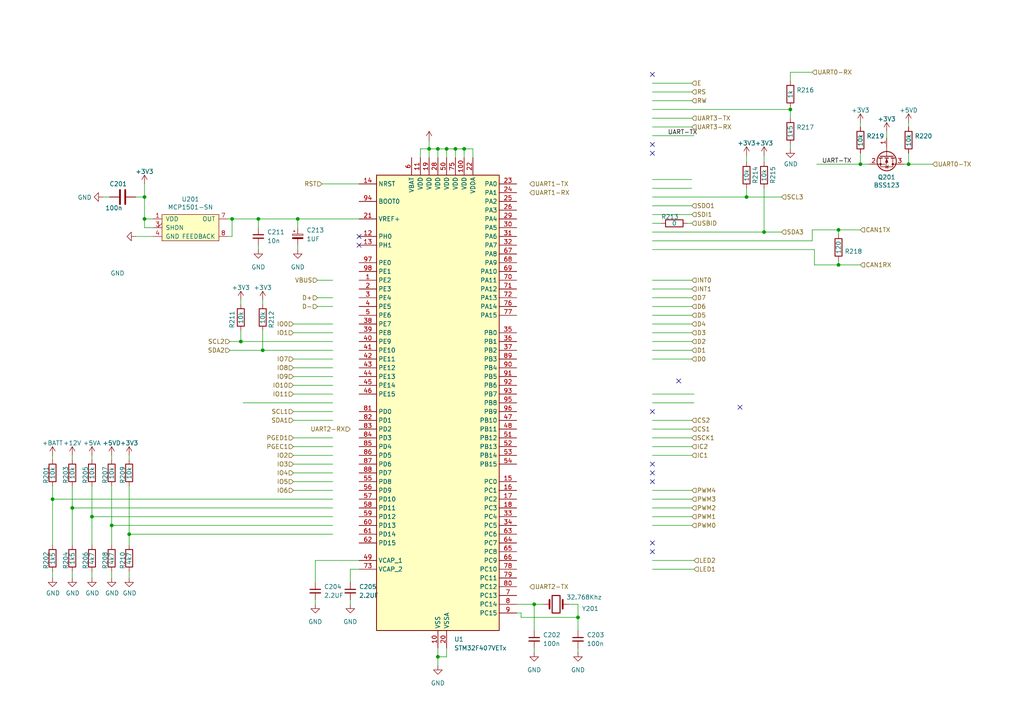
<source format=kicad_sch>
(kicad_sch (version 20231120) (generator "eeschema") (generator_version "8.0")
  (paper "A4")
  (title_block (title "CPU CUBE") (date "2022-12-25") (rev "V2.10") (company "CUBEDEB") (comment 1 "CPU"))
  (lib_symbols
    (symbol "+3.3V_2" (power) (pin_numbers hide) (pin_names (offset 0) hide)
      (property "Value" "+3.3V" (at 0 3.556 0))
      (symbol "+3.3V_2_1_1"
        (pin power_in line (at 0 0 90) (length 0) (name "~") (number "1"))
      )
    )
    (symbol "CEN-SCHEMA:PIC32MX795F512L" (pin_names (offset 1.016))
      (property "Reference" "U" (at 6.35 6.35 0))
      (property "Value" "PIC32MX795F512L" (at 62.23 6.35 0))
      (symbol "PIC32MX795F512L_1_1"
        (pin input line (at 92.71 0 180) (length 3.81) (name "AERXERR/RG15") (number "1"))
        (pin input line (at 92.71 -17.78 180) (length 3.81) (name "ECOL//SCK2/U6TX/U3RTS/PMA5/CN8/RG6") (number "10"))
        (pin input line (at 92.71 -72.39 180) (length 3.81) (name "PMD4/RE4") (number "100"))
        (pin input line (at 92.71 -15.24 180) (length 3.81) (name "ECRS/SDA4/SDI2/U3RX/PMA4//CN9/RG7") (number "11"))
        (pin input line (at 92.71 -12.7 180) (length 3.81) (name "ERXDV/AERXD/ECRSDV/AECRSDV/SCL4/SDO2/U3TX/PMA3/CN10/RG8") (number "12"))
        (pin input line (at 0 1.27 0) (length 3.81) (name "MCLR") (number "13"))
        (pin input line (at 92.71 -10.16 180) (length 3.81) (name "ERXCLK/AERXCLK/EREFCLK/SS2/U6RX/U3CTS/PMA2/CN11/RG9") (number "14"))
        (pin input line (at 0 -20.32 0) (length 3.81) (name "VSS") (number "15"))
        (pin input line (at 0 -17.78 0) (length 3.81) (name "VDD") (number "16"))
        (pin input line (at 0 -72.39 0) (length 3.81) (name "TMS/RA0") (number "17"))
        (pin input line (at 92.71 -62.23 180) (length 3.81) (name "AERXD0/INT1/RE8") (number "18"))
        (pin input line (at 92.71 -59.69 180) (length 3.81) (name "AERXD1/INT2/RE9") (number "19"))
        (pin input line (at 0 -30.48 0) (length 3.81) (name "VDD") (number "2"))
        (pin input line (at 0 -118.11 0) (length 3.81) (name "AN5/C1IN+/VBUSON/CN7/RB5") (number "20"))
        (pin input line (at 0 -115.57 0) (length 3.81) (name "AN4/C1IN-/CN6/RB4") (number "21"))
        (pin input line (at 0 -113.03 0) (length 3.81) (name "AN3/C2IN+/CN5/RB3") (number "22"))
        (pin input line (at 0 -110.49 0) (length 3.81) (name "AN2/C2IN-/CN4/RB2") (number "23"))
        (pin input line (at 0 -107.95 0) (length 3.81) (name "PGEC1/AN1/CN3/RB1") (number "24"))
        (pin input line (at 0 -105.41 0) (length 3.81) (name "PGED1/AN0/CN2/RB0") (number "25"))
        (pin input line (at 0 -120.65 0) (length 3.81) (name "PGEC2/AN6/OCFA/RB6") (number "26"))
        (pin input line (at 0 -123.19 0) (length 3.81) (name "PGED2/AN7/RB7") (number "27"))
        (pin input line (at 0 -92.71 0) (length 3.81) (name "Vref-/CVref-/AERXD2/PMA7/RA9") (number "28"))
        (pin input line (at 0 -95.25 0) (length 3.81) (name "Vref+/CVref+/AERXD3/PMA6/RA10") (number "29"))
        (pin input line (at 92.71 -69.85 180) (length 3.81) (name "PMD5/RE5") (number "3"))
        (pin input line (at 0 -40.64 0) (length 3.81) (name "AVDD") (number "30"))
        (pin input line (at 0 -43.18 0) (length 3.81) (name "AVSS") (number "31"))
        (pin input line (at 0 -125.73 0) (length 3.81) (name "AN8/C1ROUT/RB8") (number "32"))
        (pin input line (at 0 -128.27 0) (length 3.81) (name "AN9/C2ROUT/RB9") (number "33"))
        (pin input line (at 0 -130.81 0) (length 3.81) (name "AN10/CVREFOUT/PMA13/RB10") (number "34"))
        (pin input line (at 0 -133.35 0) (length 3.81) (name "AN11/ERXERR/AETXERR/PMA12/RB11") (number "35"))
        (pin input line (at 0 -26.67 0) (length 3.81) (name "VSS") (number "36"))
        (pin input line (at 0 -24.13 0) (length 3.81) (name "VDD") (number "37"))
        (pin input line (at 0 -74.93 0) (length 3.81) (name "TCK/RA1") (number "38"))
        (pin input line (at 92.71 -30.48 180) (length 3.81) (name "AC1TX/SCK4/U5TX/U2RTS/RF13") (number "39"))
        (pin input line (at 92.71 -67.31 180) (length 3.81) (name "PMD6/RE6") (number "4"))
        (pin input line (at 92.71 -33.02 180) (length 3.81) (name "AC1RX/SS4/U5RX/U2CTS/RF12") (number "40"))
        (pin input line (at 0 -135.89 0) (length 3.81) (name "AN12/ERXD0/AECRS/PMA11/RB12") (number "41"))
        (pin input line (at 0 -138.43 0) (length 3.81) (name "AN13/ERXD1/AECOL/PMA10/RB13") (number "42"))
        (pin input line (at 0 -140.97 0) (length 3.81) (name "AN14/ERXD2/AETXD3/PMALH/PMA1/RB14") (number "43"))
        (pin input line (at 0 -143.51 0) (length 3.81) (name "AN15/ERXD3/AETXD2/OCFB/PMALL/PMA0/CN12/RB15") (number "44"))
        (pin input line (at 0 -13.97 0) (length 3.81) (name "VSS") (number "45"))
        (pin input line (at 0 -11.43 0) (length 3.81) (name "VDD") (number "46"))
        (pin input line (at 92.71 -95.25 180) (length 3.81) (name "AETXD0/SS3/U4RX/U1CTS/CN20/RD14") (number "47"))
        (pin input line (at 92.71 -92.71 180) (length 3.81) (name "AETXD1/SCK3/U4TX/U1RTS/CN21/RD15") (number "48"))
        (pin input line (at 92.71 -40.64 180) (length 3.81) (name "SDA5/SDI4/U2RX/PMA9/CN17/RF4") (number "49"))
        (pin input line (at 92.71 -64.77 180) (length 3.81) (name "PMD7/RE7") (number "5"))
        (pin input line (at 92.71 -38.1 180) (length 3.81) (name "SCL5/SDO4/U2TX/PMA8/CN18/RF5") (number "50"))
        (pin input line (at 92.71 -43.18 180) (length 3.81) (name "USBID/RF3") (number "51"))
        (pin input line (at 92.71 -45.72 180) (length 3.81) (name "SDA3/SDI3/U1RX/RF2") (number "52"))
        (pin input line (at 92.71 -35.56 180) (length 3.81) (name "SCL3/SDO3/U1TX/RF8") (number "53"))
        (pin input line (at 0 -59.69 0) (length 3.81) (name "VBUS") (number "54"))
        (pin input line (at 0 -62.23 0) (length 3.81) (name "VUSB") (number "55"))
        (pin input line (at 0 -67.31 0) (length 3.81) (name "D-/RG3") (number "56"))
        (pin input line (at 0 -64.77 0) (length 3.81) (name "D+/RG2") (number "57"))
        (pin input line (at 0 -77.47 0) (length 3.81) (name "SCL2/RA2") (number "58"))
        (pin input line (at 0 -80.01 0) (length 3.81) (name "SDA2/RA3") (number "59"))
        (pin input line (at 92.71 -143.51 180) (length 3.81) (name "T2CK/RC1") (number "6"))
        (pin input line (at 0 -82.55 0) (length 3.81) (name "TDI/RA4") (number "60"))
        (pin input line (at 0 -85.09 0) (length 3.81) (name "TDO/RA5") (number "61"))
        (pin input line (at 0 -5.08 0) (length 3.81) (name "VDD") (number "62"))
        (pin input line (at 0 -46.99 0) (length 3.81) (name "OSC1/CLKI/RC12") (number "63"))
        (pin input line (at 0 -49.53 0) (length 3.81) (name "OSC2/CLKO/RC15") (number "64"))
        (pin input line (at 0 -7.62 0) (length 3.81) (name "VSS") (number "65"))
        (pin input line (at 0 -97.79 0) (length 3.81) (name "AETXCLK/SCL1/INT3/RA14") (number "66"))
        (pin input line (at 0 -100.33 0) (length 3.81) (name "AETXEN/SDA1/INT4/RA15") (number "67"))
        (pin input line (at 92.71 -110.49 180) (length 3.81) (name "RTCC/EMDIO/AEMDIO/IC1/RD8") (number "68"))
        (pin input line (at 92.71 -107.95 180) (length 3.81) (name "SS1/IC2/RD9") (number "69"))
        (pin input line (at 92.71 -140.97 180) (length 3.81) (name "T3CK/AC2TX/RC2") (number "7"))
        (pin input line (at 92.71 -105.41 180) (length 3.81) (name "SCK1/IC3/PMCS2/PMA15/RD10") (number "70"))
        (pin input line (at 92.71 -102.87 180) (length 3.81) (name "EMDC/AEMDC/IC4/PMCS1/PMA14/RD11") (number "71"))
        (pin input line (at 92.71 -130.81 180) (length 3.81) (name "SDO1/OC1/INT0/RD0") (number "72"))
        (pin input line (at 0 -53.34 0) (length 3.81) (name "SOSCI/CN1/RC13") (number "73"))
        (pin input line (at 0 -55.88 0) (length 3.81) (name "SOSCO/T1CK/CN0/RC14") (number "74"))
        (pin input line (at 0 -35.56 0) (length 3.81) (name "VSS") (number "75"))
        (pin input line (at 92.71 -128.27 180) (length 3.81) (name "OC2/RD1") (number "76"))
        (pin input line (at 92.71 -125.73 180) (length 3.81) (name "OC3/RD2") (number "77"))
        (pin input line (at 92.71 -123.19 180) (length 3.81) (name "OC4/RD3") (number "78"))
        (pin input line (at 92.71 -100.33 180) (length 3.81) (name "ETXD2/IC5/PMD12/RD12") (number "79"))
        (pin input line (at 92.71 -138.43 180) (length 3.81) (name "T4CK/AC2RX/RC3") (number "8"))
        (pin input line (at 92.71 -97.79 180) (length 3.81) (name "ETXD3/PMD13/CN19/RD13") (number "80"))
        (pin input line (at 92.71 -120.65 180) (length 3.81) (name "OC5/PMWR/CN13/RD4") (number "81"))
        (pin input line (at 92.71 -118.11 180) (length 3.81) (name "PMRD/CN14/RD5") (number "82"))
        (pin input line (at 92.71 -115.57 180) (length 3.81) (name "ETXEN/PMD14/CN15/RD6") (number "83"))
        (pin input line (at 92.71 -113.03 180) (length 3.81) (name "ETXCLK/PMD15/CN16/RD7") (number "84"))
        (pin input line (at 0 -1.27 0) (length 3.81) (name "VCAP/VDDCORE") (number "85"))
        (pin input line (at 0 -33.02 0) (length 3.81) (name "VDD") (number "86"))
        (pin input line (at 92.71 -50.8 180) (length 3.81) (name "C1RX/ETXD1/PMD11/RF0") (number "87"))
        (pin input line (at 92.71 -48.26 180) (length 3.81) (name "C1TX/ETXD0/PMD10/RF1") (number "88"))
        (pin input line (at 92.71 -20.32 180) (length 3.81) (name "C2TX/ETXERR/PMD9/RG1") (number "89"))
        (pin input line (at 92.71 -135.89 180) (length 3.81) (name "T5CK/SDI1/RC4") (number "9"))
        (pin input line (at 92.71 -22.86 180) (length 3.81) (name "C2RX/PMD8/RG0") (number "90"))
        (pin input line (at 0 -87.63 0) (length 3.81) (name "TRCLK/RA6") (number "91"))
        (pin input line (at 0 -90.17 0) (length 3.81) (name "TRD3/RA7") (number "92"))
        (pin input line (at 92.71 -82.55 180) (length 3.81) (name "PMD0/RE0") (number "93"))
        (pin input line (at 92.71 -80.01 180) (length 3.81) (name "PMD1/RE1") (number "94"))
        (pin input line (at 92.71 -2.54 180) (length 3.81) (name "TRD2/RG14") (number "95"))
        (pin input line (at 92.71 -7.62 180) (length 3.81) (name "TRD1/RG12") (number "96"))
        (pin input line (at 92.71 -5.08 180) (length 3.81) (name "TRD0/RG13") (number "97"))
        (pin input line (at 92.71 -77.47 180) (length 3.81) (name "PMD2/RE2") (number "98"))
        (pin input line (at 92.71 -74.93 180) (length 3.81) (name "PMD3/RE3") (number "99"))
      )
    )
    (symbol "Device:C" (pin_numbers hide) (pin_names (offset 0.254))
      (property "Reference" "C" (at 0.635 2.54 0))
      (property "Value" "C" (at 0.635 -2.54 0))
      (symbol "C_1_1"
        (pin passive line (at 0 3.81 270) (length 2.794) (name "~") (number "1"))
        (pin passive line (at 0 -3.81 90) (length 2.794) (name "~") (number "2"))
      )
    )
    (symbol "Device:C_Polarized_Small" (pin_numbers hide) (pin_names (offset 0.254) hide)
      (property "Reference" "C" (at 0.254 1.778 0))
      (property "Value" "C_Polarized_Small" (at 0.254 -2.032 0))
      (symbol "C_Polarized_Small_1_1"
        (pin passive line (at 0 2.54 270) (length 1.8542) (name "~") (number "1"))
        (pin passive line (at 0 -2.54 90) (length 1.8542) (name "~") (number "2"))
      )
    )
    (symbol "Device:C_Small" (pin_numbers hide) (pin_names (offset 0.254) hide)
      (property "Reference" "C" (at 0.254 1.778 0))
      (property "Value" "C_Small" (at 0.254 -2.032 0))
      (symbol "C_Small_1_1"
        (pin passive line (at 0 2.54 270) (length 2.032) (name "~") (number "1"))
        (pin passive line (at 0 -2.54 90) (length 2.032) (name "~") (number "2"))
      )
    )
    (symbol "Device:Crystal" (pin_numbers hide) (pin_names (offset 1.016) hide)
      (property "Reference" "Y" (at 0 3.81 0))
      (property "Value" "Crystal" (at 0 -3.81 0))
      (symbol "Crystal_1_1"
        (pin passive line (at -3.81 0 0) (length 1.27) (name "1") (number "1"))
        (pin passive line (at 3.81 0 180) (length 1.27) (name "2") (number "2"))
      )
    )
    (symbol "Device:R" (pin_numbers hide) (pin_names (offset 0))
      (property "Reference" "R" (at 2.032 0 90))
      (property "Value" "R" (at 0 0 90))
      (symbol "R_1_1"
        (pin passive line (at 0 3.81 270) (length 1.27) (name "~") (number "1"))
        (pin passive line (at 0 -3.81 90) (length 1.27) (name "~") (number "2"))
      )
    )
    (symbol "GND_1" (power) (pin_numbers hide) (pin_names (offset 0) hide)
      (property "Value" "GND" (at 0 -3.81 0))
      (symbol "GND_1_1_1"
        (pin power_in line (at 0 0 270) (length 0) (name "~") (number "1"))
      )
    )
    (symbol "GND_2" (power) (pin_numbers hide) (pin_names (offset 0) hide)
      (property "Value" "GND" (at 0 -3.81 0))
      (symbol "GND_2_1_1"
        (pin power_in line (at 0 0 270) (length 0) (name "~") (number "1"))
      )
    )
    (symbol "GND_3" (power) (pin_numbers hide) (pin_names (offset 0) hide)
      (property "Value" "GND" (at 0 -3.81 0))
      (symbol "GND_3_1_1"
        (pin power_in line (at 0 0 270) (length 0) (name "~") (number "1"))
      )
    )
    (symbol "GND_4" (power) (pin_numbers hide) (pin_names (offset 0) hide)
      (property "Value" "GND" (at 0 -3.81 0))
      (symbol "GND_4_1_1"
        (pin power_in line (at 0 0 270) (length 0) (name "~") (number "1"))
      )
    )
    (symbol "GND_5" (power) (pin_numbers hide) (pin_names (offset 0) hide)
      (property "Value" "GND" (at 0 -3.81 0))
      (symbol "GND_5_1_1"
        (pin power_in line (at 0 0 270) (length 0) (name "~") (number "1"))
      )
    )
    (symbol "GND_6" (power) (pin_numbers hide) (pin_names (offset 0) hide)
      (property "Value" "GND" (at 0 -3.81 0))
      (symbol "GND_6_1_1"
        (pin power_in line (at 0 0 270) (length 0) (name "~") (number "1"))
      )
    )
    (symbol "GND_7" (power) (pin_numbers hide) (pin_names (offset 0) hide)
      (property "Value" "GND" (at 0 -3.81 0))
      (symbol "GND_7_1_1"
        (pin power_in line (at 0 0 270) (length 0) (name "~") (number "1"))
      )
    )
    (symbol "MCU_ST_STM32F4:STM32F407VETx"
      (property "Reference" "U" (at -17.78 67.31 0))
      (property "Value" "STM32F407VETx" (at 12.7 67.31 0))
      (symbol "STM32F407VETx_1_1"
        (pin bidirectional line (at -22.86 35.56 0) (length 5.08) (name "PE2") (number "1"))
        (pin power_in line (at 0 -71.12 90) (length 5.08) (name "VSS") (number "10"))
        (pin power_in line (at 7.62 71.12 270) (length 5.08) (name "VDD") (number "100"))
        (pin power_in line (at -5.08 71.12 270) (length 5.08) (name "VDD") (number "11"))
        (pin bidirectional line (at -22.86 48.26 0) (length 5.08) (name "PH0") (number "12"))
        (pin bidirectional line (at -22.86 45.72 0) (length 5.08) (name "PH1") (number "13"))
        (pin input line (at -22.86 63.5 0) (length 5.08) (name "NRST") (number "14"))
        (pin bidirectional line (at 22.86 -22.86 180) (length 5.08) (name "PC0") (number "15"))
        (pin bidirectional line (at 22.86 -25.4 180) (length 5.08) (name "PC1") (number "16"))
        (pin bidirectional line (at 22.86 -27.94 180) (length 5.08) (name "PC2") (number "17"))
        (pin bidirectional line (at 22.86 -30.48 180) (length 5.08) (name "PC3") (number "18"))
        (pin power_in line (at -2.54 71.12 270) (length 5.08) (name "VDD") (number "19"))
        (pin bidirectional line (at -22.86 33.02 0) (length 5.08) (name "PE3") (number "2"))
        (pin power_in line (at 2.54 -71.12 90) (length 5.08) (name "VSSA") (number "20"))
        (pin input line (at -22.86 53.34 0) (length 5.08) (name "VREF+") (number "21"))
        (pin power_in line (at 10.16 71.12 270) (length 5.08) (name "VDDA") (number "22"))
        (pin bidirectional line (at 22.86 63.5 180) (length 5.08) (name "PA0") (number "23"))
        (pin bidirectional line (at 22.86 60.96 180) (length 5.08) (name "PA1") (number "24"))
        (pin bidirectional line (at 22.86 58.42 180) (length 5.08) (name "PA2") (number "25"))
        (pin bidirectional line (at 22.86 55.88 180) (length 5.08) (name "PA3") (number "26"))
        (pin passive line (at 0 -71.12 90) (length 5.08) hide (name "VSS") (number "27"))
        (pin power_in line (at 0 71.12 270) (length 5.08) (name "VDD") (number "28"))
        (pin bidirectional line (at 22.86 53.34 180) (length 5.08) (name "PA4") (number "29"))
        (pin bidirectional line (at -22.86 30.48 0) (length 5.08) (name "PE4") (number "3"))
        (pin bidirectional line (at 22.86 50.8 180) (length 5.08) (name "PA5") (number "30"))
        (pin bidirectional line (at 22.86 48.26 180) (length 5.08) (name "PA6") (number "31"))
        (pin bidirectional line (at 22.86 45.72 180) (length 5.08) (name "PA7") (number "32"))
        (pin bidirectional line (at 22.86 -33.02 180) (length 5.08) (name "PC4") (number "33"))
        (pin bidirectional line (at 22.86 -35.56 180) (length 5.08) (name "PC5") (number "34"))
        (pin bidirectional line (at 22.86 20.32 180) (length 5.08) (name "PB0") (number "35"))
        (pin bidirectional line (at 22.86 17.78 180) (length 5.08) (name "PB1") (number "36"))
        (pin bidirectional line (at 22.86 15.24 180) (length 5.08) (name "PB2") (number "37"))
        (pin bidirectional line (at -22.86 22.86 0) (length 5.08) (name "PE7") (number "38"))
        (pin bidirectional line (at -22.86 20.32 0) (length 5.08) (name "PE8") (number "39"))
        (pin bidirectional line (at -22.86 27.94 0) (length 5.08) (name "PE5") (number "4"))
        (pin bidirectional line (at -22.86 17.78 0) (length 5.08) (name "PE9") (number "40"))
        (pin bidirectional line (at -22.86 15.24 0) (length 5.08) (name "PE10") (number "41"))
        (pin bidirectional line (at -22.86 12.7 0) (length 5.08) (name "PE11") (number "42"))
        (pin bidirectional line (at -22.86 10.16 0) (length 5.08) (name "PE12") (number "43"))
        (pin bidirectional line (at -22.86 7.62 0) (length 5.08) (name "PE13") (number "44"))
        (pin bidirectional line (at -22.86 5.08 0) (length 5.08) (name "PE14") (number "45"))
        (pin bidirectional line (at -22.86 2.54 0) (length 5.08) (name "PE15") (number "46"))
        (pin bidirectional line (at 22.86 -5.08 180) (length 5.08) (name "PB10") (number "47"))
        (pin bidirectional line (at 22.86 -7.62 180) (length 5.08) (name "PB11") (number "48"))
        (pin power_out line (at -22.86 -45.72 0) (length 5.08) (name "VCAP_1") (number "49"))
        (pin bidirectional line (at -22.86 25.4 0) (length 5.08) (name "PE6") (number "5"))
        (pin power_in line (at 2.54 71.12 270) (length 5.08) (name "VDD") (number "50"))
        (pin bidirectional line (at 22.86 -10.16 180) (length 5.08) (name "PB12") (number "51"))
        (pin bidirectional line (at 22.86 -12.7 180) (length 5.08) (name "PB13") (number "52"))
        (pin bidirectional line (at 22.86 -15.24 180) (length 5.08) (name "PB14") (number "53"))
        (pin bidirectional line (at 22.86 -17.78 180) (length 5.08) (name "PB15") (number "54"))
        (pin bidirectional line (at -22.86 -22.86 0) (length 5.08) (name "PD8") (number "55"))
        (pin bidirectional line (at -22.86 -25.4 0) (length 5.08) (name "PD9") (number "56"))
        (pin bidirectional line (at -22.86 -27.94 0) (length 5.08) (name "PD10") (number "57"))
        (pin bidirectional line (at -22.86 -30.48 0) (length 5.08) (name "PD11") (number "58"))
        (pin bidirectional line (at -22.86 -33.02 0) (length 5.08) (name "PD12") (number "59"))
        (pin power_in line (at -7.62 71.12 270) (length 5.08) (name "VBAT") (number "6"))
        (pin bidirectional line (at -22.86 -35.56 0) (length 5.08) (name "PD13") (number "60"))
        (pin bidirectional line (at -22.86 -38.1 0) (length 5.08) (name "PD14") (number "61"))
        (pin bidirectional line (at -22.86 -40.64 0) (length 5.08) (name "PD15") (number "62"))
        (pin bidirectional line (at 22.86 -38.1 180) (length 5.08) (name "PC6") (number "63"))
        (pin bidirectional line (at 22.86 -40.64 180) (length 5.08) (name "PC7") (number "64"))
        (pin bidirectional line (at 22.86 -43.18 180) (length 5.08) (name "PC8") (number "65"))
        (pin bidirectional line (at 22.86 -45.72 180) (length 5.08) (name "PC9") (number "66"))
        (pin bidirectional line (at 22.86 43.18 180) (length 5.08) (name "PA8") (number "67"))
        (pin bidirectional line (at 22.86 40.64 180) (length 5.08) (name "PA9") (number "68"))
        (pin bidirectional line (at 22.86 38.1 180) (length 5.08) (name "PA10") (number "69"))
        (pin bidirectional line (at 22.86 -55.88 180) (length 5.08) (name "PC13") (number "7"))
        (pin bidirectional line (at 22.86 35.56 180) (length 5.08) (name "PA11") (number "70"))
        (pin bidirectional line (at 22.86 33.02 180) (length 5.08) (name "PA12") (number "71"))
        (pin bidirectional line (at 22.86 30.48 180) (length 5.08) (name "PA13") (number "72"))
        (pin power_out line (at -22.86 -48.26 0) (length 5.08) (name "VCAP_2") (number "73"))
        (pin passive line (at 0 -71.12 90) (length 5.08) hide (name "VSS") (number "74"))
        (pin power_in line (at 5.08 71.12 270) (length 5.08) (name "VDD") (number "75"))
        (pin bidirectional line (at 22.86 27.94 180) (length 5.08) (name "PA14") (number "76"))
        (pin bidirectional line (at 22.86 25.4 180) (length 5.08) (name "PA15") (number "77"))
        (pin bidirectional line (at 22.86 -48.26 180) (length 5.08) (name "PC10") (number "78"))
        (pin bidirectional line (at 22.86 -50.8 180) (length 5.08) (name "PC11") (number "79"))
        (pin bidirectional line (at 22.86 -58.42 180) (length 5.08) (name "PC14") (number "8"))
        (pin bidirectional line (at 22.86 -53.34 180) (length 5.08) (name "PC12") (number "80"))
        (pin bidirectional line (at -22.86 -2.54 0) (length 5.08) (name "PD0") (number "81"))
        (pin bidirectional line (at -22.86 -5.08 0) (length 5.08) (name "PD1") (number "82"))
        (pin bidirectional line (at -22.86 -7.62 0) (length 5.08) (name "PD2") (number "83"))
        (pin bidirectional line (at -22.86 -10.16 0) (length 5.08) (name "PD3") (number "84"))
        (pin bidirectional line (at -22.86 -12.7 0) (length 5.08) (name "PD4") (number "85"))
        (pin bidirectional line (at -22.86 -15.24 0) (length 5.08) (name "PD5") (number "86"))
        (pin bidirectional line (at -22.86 -17.78 0) (length 5.08) (name "PD6") (number "87"))
        (pin bidirectional line (at -22.86 -20.32 0) (length 5.08) (name "PD7") (number "88"))
        (pin bidirectional line (at 22.86 12.7 180) (length 5.08) (name "PB3") (number "89"))
        (pin bidirectional line (at 22.86 -60.96 180) (length 5.08) (name "PC15") (number "9"))
        (pin bidirectional line (at 22.86 10.16 180) (length 5.08) (name "PB4") (number "90"))
        (pin bidirectional line (at 22.86 7.62 180) (length 5.08) (name "PB5") (number "91"))
        (pin bidirectional line (at 22.86 5.08 180) (length 5.08) (name "PB6") (number "92"))
        (pin bidirectional line (at 22.86 2.54 180) (length 5.08) (name "PB7") (number "93"))
        (pin input line (at -22.86 58.42 0) (length 5.08) (name "BOOT0") (number "94"))
        (pin bidirectional line (at 22.86 0 180) (length 5.08) (name "PB8") (number "95"))
        (pin bidirectional line (at 22.86 -2.54 180) (length 5.08) (name "PB9") (number "96"))
        (pin bidirectional line (at -22.86 40.64 0) (length 5.08) (name "PE0") (number "97"))
        (pin bidirectional line (at -22.86 38.1 0) (length 5.08) (name "PE1") (number "98"))
        (pin passive line (at 0 -71.12 90) (length 5.08) hide (name "VSS") (number "99"))
      )
    )
    (symbol "PIC32MZ_EF_100-rescue:MCP1501-CEN-SCHEMA" (pin_names (offset 1.016))
      (property "Reference" "U" (at -6.35 6.35 0))
      (property "Value" "MCP1501-CEN-SCHEMA" (at -6.35 6.35 0))
      (symbol "MCP1501-CEN-SCHEMA_1_1"
        (pin input line (at -11.43 2.54 0) (length 2.54) (name "VDD") (number "1"))
        (pin input output_low (at -11.43 0 0) (length 2.54) (name "SHDN") (number "3"))
        (pin input line (at -11.43 -2.54 0) (length 2.54) (name "GND") (number "4"))
        (pin input line (at -11.43 -2.54 0) (length 2.54) hide (name "GND") (number "5"))
        (pin input line (at -11.43 -2.54 0) (length 2.54) hide (name "GND") (number "6"))
        (pin input line (at 10.16 2.54 180) (length 2.54) (name "OUT") (number "7"))
        (pin input line (at 10.16 -2.54 180) (length 2.54) (name "FEEDBACK") (number "8"))
      )
    )
    (symbol "Transistor_FET:2N7002" (pin_names hide)
      (property "Reference" "Q" (at 5.08 1.905 0))
      (property "Value" "2N7002" (at 5.08 0 0))
      (symbol "2N7002_1_1"
        (pin input line (at -5.08 0 0) (length 2.54) (name "G") (number "1"))
        (pin passive line (at 2.54 -5.08 90) (length 2.54) (name "S") (number "2"))
        (pin passive line (at 2.54 5.08 270) (length 2.54) (name "D") (number "3"))
      )
    )
    (symbol "power:+12V" (power) (pin_names (offset 0))
      (property "Value" "+12V" (at 0 3.556 0))
      (symbol "+12V_1_1"
        (pin power_in line (at 0 0 90) (length 0) hide (name "+12V") (number "1"))
      )
    )
    (symbol "power:+3.3V" (power) (pin_names (offset 0))
      (property "Value" "+3.3V" (at 0 3.556 0))
      (symbol "+3.3V_1_1"
        (pin power_in line (at 0 0 90) (length 0) hide (name "+3V3") (number "1"))
      )
    )
    (symbol "power:+5VA" (power) (pin_names (offset 0))
      (property "Value" "+5VA" (at 0 3.556 0))
      (symbol "+5VA_1_1"
        (pin power_in line (at 0 0 90) (length 0) hide (name "+5VA") (number "1"))
      )
    )
    (symbol "power:+5VD" (power) (pin_names (offset 0))
      (property "Value" "+5VD" (at 0 3.556 0))
      (symbol "+5VD_1_1"
        (pin power_in line (at 0 0 90) (length 0) hide (name "+5VD") (number "1"))
      )
    )
    (symbol "power:+BATT" (power) (pin_names (offset 0))
      (property "Value" "+BATT" (at 0 3.556 0))
      (symbol "+BATT_1_1"
        (pin power_in line (at 0 0 90) (length 0) hide (name "+BATT") (number "1"))
      )
    )
    (symbol "power:GND" (power) (pin_names (offset 0))
      (property "Value" "GND" (at 0 -3.81 0))
      (symbol "GND_1_1"
        (pin power_in line (at 0 0 270) (length 0) hide (name "GND") (number "1"))
      )
    )
  )
  (junction (at 41.91 57.15))
  (junction (at 243.205 66.675))
  (junction (at 243.205 76.835))
  (junction (at 74.93 63.5))
  (junction (at 41.91 63.5))
  (junction (at 124.46 43.18))
  (junction (at 216.535 57.15))
  (junction (at 20.955 147.32))
  (junction (at 76.2 101.6))
  (junction (at 127 43.18))
  (junction (at 86.36 63.5))
  (junction (at 15.24 144.78))
  (junction (at 221.615 67.31))
  (junction (at 67.31 63.5))
  (junction (at 129.54 43.18))
  (junction (at 132.08 43.18))
  (junction (at 32.385 152.4))
  (junction (at 134.62 43.18))
  (junction (at 229.235 31.75))
  (junction (at 154.94 175.26))
  (junction (at 37.465 154.94))
  (junction (at 249.555 47.625))
  (junction (at 263.525 47.625))
  (junction (at 69.85 99.06))
  (junction (at 167.64 179.07))
  (junction (at 26.67 149.86))
  (junction (at 127 190.5))
  (no_connect (at 189.23 119.38))
  (no_connect (at 189.23 41.91))
  (no_connect (at 189.23 44.45))
  (no_connect (at 189.23 21.59))
  (no_connect (at 104.14 71.12))
  (no_connect (at 189.23 160.02))
  (no_connect (at 189.23 157.48))
  (no_connect (at 189.23 139.7))
  (no_connect (at 189.23 137.16))
  (no_connect (at 189.23 134.62))
  (no_connect (at 196.85 110.49))
  (no_connect (at 104.14 68.58))
  (no_connect (at 214.63 118.11))
  (wire (pts (xy 124.46 40.64) (xy 124.46 43.18)))
  (wire (pts (xy 249.555 35.56) (xy 249.555 36.83)))
  (wire (pts (xy 229.235 41.91) (xy 229.235 43.18)))
  (wire (pts (xy 96.52 111.76) (xy 85.09 111.76)))
  (wire (pts (xy 104.14 162.56) (xy 91.44 162.56)))
  (wire (pts (xy 189.23 116.84) (xy 201.295 116.84)))
  (wire (pts (xy 96.52 86.36) (xy 92.075 86.36)))
  (wire (pts (xy 96.52 142.24) (xy 85.09 142.24)))
  (wire (pts (xy 151.13 177.8) (xy 151.13 179.07)))
  (wire (pts (xy 124.46 43.18) (xy 124.46 45.72)))
  (wire (pts (xy 96.52 134.62) (xy 85.09 134.62)))
  (wire (pts (xy 200.66 144.78) (xy 189.23 144.78)))
  (wire (pts (xy 200.66 36.83) (xy 189.23 36.83)))
  (wire (pts (xy 235.585 66.675) (xy 243.205 66.675)))
  (wire (pts (xy 37.465 165.735) (xy 37.465 167.64)))
  (wire (pts (xy 189.23 129.54) (xy 200.66 129.54)))
  (wire (pts (xy 85.09 93.98) (xy 96.52 93.98)))
  (wire (pts (xy 216.535 57.15) (xy 216.535 54.61)))
  (wire (pts (xy 124.46 43.18) (xy 121.92 43.18)))
  (wire (pts (xy 44.45 68.58) (xy 39.37 68.58)))
  (wire (pts (xy 200.66 99.06) (xy 189.23 99.06)))
  (wire (pts (xy 67.31 63.5) (xy 67.31 68.58)))
  (wire (pts (xy 200.66 132.08) (xy 189.23 132.08)))
  (wire (pts (xy 134.62 43.18) (xy 137.16 43.18)))
  (wire (pts (xy 26.67 165.735) (xy 26.67 167.64)))
  (wire (pts (xy 263.525 35.56) (xy 263.525 36.83)))
  (wire (pts (xy 189.23 69.85) (xy 235.585 69.85)))
  (wire (pts (xy 137.16 43.18) (xy 137.16 45.72)))
  (wire (pts (xy 69.85 86.995) (xy 69.85 88.265)))
  (wire (pts (xy 91.44 162.56) (xy 91.44 168.91)))
  (wire (pts (xy 243.205 67.945) (xy 243.205 66.675)))
  (wire (pts (xy 101.6 173.99) (xy 101.6 175.26)))
  (wire (pts (xy 32.385 152.4) (xy 96.52 152.4)))
  (wire (pts (xy 189.23 91.44) (xy 200.66 91.44)))
  (wire (pts (xy 216.535 46.99) (xy 216.535 45.085)))
  (wire (pts (xy 200.66 93.98) (xy 189.23 93.98)))
  (wire (pts (xy 66.675 99.06) (xy 69.85 99.06)))
  (wire (pts (xy 189.23 101.6) (xy 200.66 101.6)))
  (wire (pts (xy 221.615 67.31) (xy 221.615 54.61)))
  (wire (pts (xy 154.94 182.88) (xy 154.94 175.26)))
  (wire (pts (xy 74.93 63.5) (xy 86.36 63.5)))
  (wire (pts (xy 127 190.5) (xy 127 193.04)))
  (wire (pts (xy 200.66 127) (xy 189.23 127)))
  (wire (pts (xy 257.175 38.1) (xy 257.175 40.005)))
  (wire (pts (xy 189.23 72.39) (xy 236.22 72.39)))
  (wire (pts (xy 41.91 63.5) (xy 41.91 66.04)))
  (wire (pts (xy 96.52 127) (xy 85.09 127)))
  (wire (pts (xy 200.66 124.46) (xy 189.23 124.46)))
  (wire (pts (xy 200.66 88.9) (xy 189.23 88.9)))
  (wire (pts (xy 20.955 165.735) (xy 20.955 167.64)))
  (wire (pts (xy 189.23 57.15) (xy 216.535 57.15)))
  (wire (pts (xy 263.525 47.625) (xy 263.525 44.45)))
  (wire (pts (xy 200.66 147.32) (xy 189.23 147.32)))
  (wire (pts (xy 20.955 133.35) (xy 20.955 132.08)))
  (wire (pts (xy 121.92 43.18) (xy 121.92 45.72)))
  (wire (pts (xy 189.23 67.31) (xy 221.615 67.31)))
  (wire (pts (xy 20.955 140.97) (xy 20.955 147.32)))
  (wire (pts (xy 189.23 114.3) (xy 201.295 114.3)))
  (wire (pts (xy 37.465 133.35) (xy 37.465 132.08)))
  (wire (pts (xy 129.54 190.5) (xy 129.54 187.96)))
  (wire (pts (xy 263.525 47.625) (xy 270.51 47.625)))
  (wire (pts (xy 221.615 67.31) (xy 226.695 67.31)))
  (wire (pts (xy 86.36 63.5) (xy 86.36 66.04)))
  (wire (pts (xy 76.2 86.995) (xy 76.2 88.265)))
  (wire (pts (xy 85.09 109.22) (xy 96.52 109.22)))
  (wire (pts (xy 32.385 152.4) (xy 32.385 158.115)))
  (wire (pts (xy 37.465 154.94) (xy 96.52 154.94)))
  (wire (pts (xy 151.13 179.07) (xy 167.64 179.07)))
  (wire (pts (xy 134.62 45.72) (xy 134.62 43.18)))
  (wire (pts (xy 104.14 53.34) (xy 93.345 53.34)))
  (wire (pts (xy 134.62 43.18) (xy 132.08 43.18)))
  (wire (pts (xy 101.6 165.1) (xy 101.6 168.91)))
  (wire (pts (xy 85.09 132.08) (xy 96.52 132.08)))
  (wire (pts (xy 149.86 177.8) (xy 151.13 177.8)))
  (wire (pts (xy 31.75 57.15) (xy 29.845 57.15)))
  (wire (pts (xy 76.2 101.6) (xy 96.52 101.6)))
  (wire (pts (xy 189.23 34.29) (xy 200.66 34.29)))
  (wire (pts (xy 200.66 59.69) (xy 189.23 59.69)))
  (wire (pts (xy 96.52 121.92) (xy 85.09 121.92)))
  (wire (pts (xy 229.235 31.75) (xy 229.235 31.115)))
  (wire (pts (xy 149.86 175.26) (xy 154.94 175.26)))
  (wire (pts (xy 189.23 81.28) (xy 200.66 81.28)))
  (wire (pts (xy 91.44 173.99) (xy 91.44 175.26)))
  (wire (pts (xy 26.67 149.86) (xy 26.67 158.115)))
  (wire (pts (xy 201.295 162.56) (xy 189.23 162.56)))
  (wire (pts (xy 66.04 63.5) (xy 67.31 63.5)))
  (wire (pts (xy 104.14 165.1) (xy 101.6 165.1)))
  (wire (pts (xy 189.23 24.13) (xy 200.66 24.13)))
  (wire (pts (xy 86.36 63.5) (xy 104.14 63.5)))
  (wire (pts (xy 221.615 46.99) (xy 221.615 45.085)))
  (wire (pts (xy 235.585 20.955) (xy 229.235 20.955)))
  (wire (pts (xy 85.09 137.16) (xy 96.52 137.16)))
  (wire (pts (xy 243.205 76.835) (xy 249.555 76.835)))
  (wire (pts (xy 189.23 64.77) (xy 191.77 64.77)))
  (wire (pts (xy 39.37 57.15) (xy 41.91 57.15)))
  (wire (pts (xy 85.09 119.38) (xy 96.52 119.38)))
  (wire (pts (xy 44.45 63.5) (xy 41.91 63.5)))
  (wire (pts (xy 154.94 175.26) (xy 157.48 175.26)))
  (wire (pts (xy 165.1 175.26) (xy 167.64 175.26)))
  (wire (pts (xy 85.09 129.54) (xy 96.52 129.54)))
  (wire (pts (xy 26.67 149.86) (xy 96.52 149.86)))
  (wire (pts (xy 167.64 179.07) (xy 167.64 182.88)))
  (wire (pts (xy 200.66 29.21) (xy 189.23 29.21)))
  (wire (pts (xy 200.66 26.67) (xy 189.23 26.67)))
  (wire (pts (xy 96.52 116.84) (xy 70.485 116.84)))
  (wire (pts (xy 201.295 39.37) (xy 189.23 39.37)))
  (wire (pts (xy 229.235 34.29) (xy 229.235 31.75)))
  (wire (pts (xy 189.23 86.36) (xy 200.66 86.36)))
  (wire (pts (xy 167.64 175.26) (xy 167.64 179.07)))
  (wire (pts (xy 86.36 71.12) (xy 86.36 72.39)))
  (wire (pts (xy 189.23 31.75) (xy 229.235 31.75)))
  (wire (pts (xy 32.385 140.97) (xy 32.385 152.4)))
  (wire (pts (xy 67.31 68.58) (xy 66.04 68.58)))
  (wire (pts (xy 200.66 152.4) (xy 189.23 152.4)))
  (wire (pts (xy 189.23 83.82) (xy 200.66 83.82)))
  (wire (pts (xy 129.54 43.18) (xy 129.54 45.72)))
  (wire (pts (xy 236.22 72.39) (xy 236.22 76.835)))
  (wire (pts (xy 15.24 144.78) (xy 96.52 144.78)))
  (wire (pts (xy 15.24 144.78) (xy 15.24 158.115)))
  (wire (pts (xy 26.67 133.35) (xy 26.67 132.08)))
  (wire (pts (xy 37.465 140.97) (xy 37.465 154.94)))
  (wire (pts (xy 200.66 104.14) (xy 189.23 104.14)))
  (wire (pts (xy 85.09 114.3) (xy 96.52 114.3)))
  (wire (pts (xy 132.08 43.18) (xy 132.08 45.72)))
  (wire (pts (xy 229.235 20.955) (xy 229.235 23.495)))
  (wire (pts (xy 32.385 133.35) (xy 32.385 132.08)))
  (wire (pts (xy 74.93 71.12) (xy 74.93 72.39)))
  (wire (pts (xy 199.39 64.77) (xy 200.66 64.77)))
  (wire (pts (xy 20.955 147.32) (xy 20.955 158.115)))
  (wire (pts (xy 127 43.18) (xy 127 45.72)))
  (wire (pts (xy 129.54 43.18) (xy 127 43.18)))
  (wire (pts (xy 189.23 52.07) (xy 200.66 52.07)))
  (wire (pts (xy 189.23 62.23) (xy 200.66 62.23)))
  (wire (pts (xy 189.23 121.92) (xy 200.66 121.92)))
  (wire (pts (xy 15.24 133.35) (xy 15.24 132.08)))
  (wire (pts (xy 26.67 140.97) (xy 26.67 149.86)))
  (wire (pts (xy 243.205 66.675) (xy 249.555 66.675)))
  (wire (pts (xy 41.91 53.34) (xy 41.91 57.15)))
  (wire (pts (xy 74.93 63.5) (xy 74.93 66.04)))
  (wire (pts (xy 216.535 57.15) (xy 226.695 57.15)))
  (wire (pts (xy 189.23 149.86) (xy 200.66 149.86)))
  (wire (pts (xy 15.24 140.97) (xy 15.24 144.78)))
  (wire (pts (xy 96.52 96.52) (xy 85.09 96.52)))
  (wire (pts (xy 41.91 57.15) (xy 41.91 63.5)))
  (wire (pts (xy 76.2 95.885) (xy 76.2 101.6)))
  (wire (pts (xy 69.85 95.885) (xy 69.85 99.06)))
  (wire (pts (xy 67.31 63.5) (xy 74.93 63.5)))
  (wire (pts (xy 167.64 187.96) (xy 167.64 189.23)))
  (wire (pts (xy 20.955 147.32) (xy 96.52 147.32)))
  (wire (pts (xy 32.385 165.735) (xy 32.385 167.64)))
  (wire (pts (xy 249.555 47.625) (xy 249.555 44.45)))
  (wire (pts (xy 252.095 47.625) (xy 249.555 47.625)))
  (wire (pts (xy 201.295 165.1) (xy 189.23 165.1)))
  (wire (pts (xy 69.85 99.06) (xy 96.52 99.06)))
  (wire (pts (xy 127 187.96) (xy 127 190.5)))
  (wire (pts (xy 127 190.5) (xy 129.54 190.5)))
  (wire (pts (xy 96.52 88.9) (xy 92.075 88.9)))
  (wire (pts (xy 127 43.18) (xy 124.46 43.18)))
  (wire (pts (xy 236.855 47.625) (xy 249.555 47.625)))
  (wire (pts (xy 262.255 47.625) (xy 263.525 47.625)))
  (wire (pts (xy 92.075 81.28) (xy 96.52 81.28)))
  (wire (pts (xy 37.465 154.94) (xy 37.465 158.115)))
  (wire (pts (xy 66.675 101.6) (xy 76.2 101.6)))
  (wire (pts (xy 96.52 139.7) (xy 85.09 139.7)))
  (wire (pts (xy 235.585 69.85) (xy 235.585 66.675)))
  (wire (pts (xy 85.09 104.14) (xy 96.52 104.14)))
  (wire (pts (xy 189.23 142.24) (xy 200.66 142.24)))
  (wire (pts (xy 243.205 75.565) (xy 243.205 76.835)))
  (wire (pts (xy 200.66 54.61) (xy 189.23 54.61)))
  (wire (pts (xy 154.94 187.96) (xy 154.94 189.23)))
  (wire (pts (xy 236.22 76.835) (xy 243.205 76.835)))
  (wire (pts (xy 132.08 43.18) (xy 129.54 43.18)))
  (wire (pts (xy 189.23 96.52) (xy 200.66 96.52)))
  (wire (pts (xy 41.91 66.04) (xy 44.45 66.04)))
  (wire (pts (xy 15.24 165.735) (xy 15.24 167.64)))
  (wire (pts (xy 96.52 106.68) (xy 85.09 106.68)))
  (label "UART-TX" (at 193.675 39.37 0))
  (label "UART-TX" (at 247.015 47.625 180))
  (hierarchical_label "E" (shape input) (at 200.66 24.13 0))
  (hierarchical_label "IO3" (shape input) (at 85.09 134.62 180))
  (hierarchical_label "UART1-TX" (shape input) (at 153.67 53.34 0))
  (hierarchical_label "RS" (shape input) (at 200.66 26.67 0))
  (hierarchical_label "PWM1" (shape input) (at 200.66 149.86 0))
  (hierarchical_label "IO0" (shape input) (at 85.09 93.98 180))
  (hierarchical_label "D2" (shape input) (at 200.66 99.06 0))
  (hierarchical_label "IO7" (shape input) (at 85.09 104.14 180))
  (hierarchical_label "UART2-RX" (shape input) (at 101.6 124.46 180))
  (hierarchical_label "UART1-RX" (shape input) (at 153.67 55.88 0))
  (hierarchical_label "IO11" (shape input) (at 85.09 114.3 180))
  (hierarchical_label "D0" (shape input) (at 200.66 104.14 0))
  (hierarchical_label "D3" (shape input) (at 200.66 96.52 0))
  (hierarchical_label "IO10" (shape input) (at 85.09 111.76 180))
  (hierarchical_label "SCK1" (shape input) (at 200.66 127 0))
  (hierarchical_label "PWM2" (shape input) (at 200.66 147.32 0))
  (hierarchical_label "SDO1" (shape input) (at 200.66 59.69 0))
  (hierarchical_label "D6" (shape input) (at 200.66 88.9 0))
  (hierarchical_label "SCL1" (shape input) (at 85.09 119.38 180))
  (hierarchical_label "IO4" (shape input) (at 85.09 137.16 180))
  (hierarchical_label "SDA3" (shape input) (at 226.695 67.31 0))
  (hierarchical_label "USBID" (shape input) (at 200.66 64.77 0))
  (hierarchical_label "UART3-RX" (shape input) (at 200.66 36.83 0))
  (hierarchical_label "PGEC1" (shape input) (at 85.09 129.54 180))
  (hierarchical_label "IO1" (shape input) (at 85.09 96.52 180))
  (hierarchical_label "D7" (shape input) (at 200.66 86.36 0))
  (hierarchical_label "IC1" (shape input) (at 200.66 132.08 0))
  (hierarchical_label "D+" (shape input) (at 92.075 86.36 180))
  (hierarchical_label "IO2" (shape input) (at 85.09 132.08 180))
  (hierarchical_label "SCL3" (shape input) (at 226.695 57.15 0))
  (hierarchical_label "CAN1TX" (shape input) (at 249.555 66.675 0))
  (hierarchical_label "PGED1" (shape input) (at 85.09 127 180))
  (hierarchical_label "D1" (shape input) (at 200.66 101.6 0))
  (hierarchical_label "UART3-TX" (shape input) (at 200.66 34.29 0))
  (hierarchical_label "CAN1RX" (shape input) (at 249.555 76.835 0))
  (hierarchical_label "RST" (shape input) (at 93.345 53.34 180))
  (hierarchical_label "IO9" (shape input) (at 85.09 109.22 180))
  (hierarchical_label "PWM4" (shape input) (at 200.66 142.24 0))
  (hierarchical_label "SDA2" (shape input) (at 66.675 101.6 180))
  (hierarchical_label "VBUS" (shape input) (at 92.075 81.28 180))
  (hierarchical_label "UART0-TX" (shape input) (at 270.51 47.625 0))
  (hierarchical_label "CS2" (shape input) (at 200.66 121.92 0))
  (hierarchical_label "SDA1" (shape input) (at 85.09 121.92 180))
  (hierarchical_label "D-" (shape input) (at 92.075 88.9 180))
  (hierarchical_label "PWM3" (shape input) (at 200.66 144.78 0))
  (hierarchical_label "IO8" (shape input) (at 85.09 106.68 180))
  (hierarchical_label "UART0-RX" (shape input) (at 235.585 20.955 0))
  (hierarchical_label "LED1" (shape input) (at 201.295 165.1 0))
  (hierarchical_label "IO6" (shape input) (at 85.09 142.24 180))
  (hierarchical_label "IO5" (shape input) (at 85.09 139.7 180))
  (hierarchical_label "D5" (shape input) (at 200.66 91.44 0))
  (hierarchical_label "INT0" (shape input) (at 200.66 81.28 0))
  (hierarchical_label "D4" (shape input) (at 200.66 93.98 0))
  (hierarchical_label "PWM0" (shape input) (at 200.66 152.4 0))
  (hierarchical_label "INT1" (shape input) (at 200.66 83.82 0))
  (hierarchical_label "IC2" (shape input) (at 200.66 129.54 0))
  (hierarchical_label "SCL2" (shape input) (at 66.675 99.06 180))
  (hierarchical_label "RW" (shape input) (at 200.66 29.21 0))
  (hierarchical_label "UART2-TX" (shape input) (at 153.67 170.18 0))
  (hierarchical_label "SDI1" (shape input) (at 200.66 62.23 0))
  (hierarchical_label "LED2" (shape input) (at 201.295 162.56 0))
  (hierarchical_label "CS1" (shape input) (at 200.66 124.46 0))
  (symbol (lib_id "PIC32MZ_EF_100-rescue:MCP1501-CEN-SCHEMA") (at 55.88 66.04 0) (unit 1)
    (property "Reference" "U201" (at 55.245 57.785 0))
    (property "Value" "MCP1501-SN" (at 55.245 60.0964 0))
    (property "Footprint" "Package_SO:SOIC-8_3.9x4.9mm_P1.27mm" (effects (hide yes)))
  )
  (symbol (lib_id "power:GND") (at 39.37 68.58 270) (mirror x) (unit 1)
    (property "Reference" "#PWR0212" (effects (hide yes)))
    (property "Value" "GND" (at 36.1188 79.248 90) (effects (justify right)))
  )
  (symbol (lib_id "Device:R") (at 229.235 27.305 0) (unit 1)
    (property "Reference" "R216" (at 231.013 26.1366 0) (effects (justify left)))
    (property "Value" "1k" (at 229.235 28.575 90) (effects (justify left)))
    (property "Footprint" "Resistor_SMD:R_0603_1608Metric" (effects (hide yes)))
  )
  (symbol (lib_id "Device:R") (at 229.235 38.1 0) (unit 1)
    (property "Reference" "R217" (at 231.013 36.9316 0) (effects (justify left)))
    (property "Value" "1k5" (at 229.235 40.005 90) (effects (justify left)))
    (property "Footprint" "Resistor_SMD:R_0603_1608Metric" (effects (hide yes)))
  )
  (symbol (lib_id "Transistor_FET:2N7002") (at 257.175 45.085 270) (unit 1)
    (property "Reference" "Q201" (at 257.175 51.4096 90))
    (property "Value" "BSS123" (at 257.175 53.721 90))
    (property "Footprint" "Package_TO_SOT_SMD:SOT-23" (effects (hide yes)))
    (property "Datasheet" "https://www.onsemi.com/pub/Collateral/NDS7002A-D.PDF" (effects (hide yes)))
  )
  (symbol (lib_id "Device:R") (at 263.525 40.64 0) (unit 1)
    (property "Reference" "R220" (at 265.303 39.4716 0) (effects (justify left)))
    (property "Value" "10k" (at 263.525 42.545 90) (effects (justify left)))
    (property "Footprint" "Resistor_SMD:R_0603_1608Metric" (effects (hide yes)))
  )
  (symbol (lib_id "Device:R") (at 249.555 40.64 180) (unit 1)
    (property "Reference" "R219" (at 251.333 39.4716 0) (effects (justify right)))
    (property "Value" "10k" (at 249.555 42.545 90) (effects (justify right)))
    (property "Footprint" "Resistor_SMD:R_0603_1608Metric" (effects (hide yes)))
  )
  (symbol (lib_id "power:GND") (at 229.235 43.18 0) (unit 1)
    (property "Reference" "#PWR0223" (effects (hide yes)))
    (property "Value" "GND" (at 229.362 47.5742 0))
  )
  (symbol (lib_id "Device:R") (at 243.205 71.755 0) (mirror x) (unit 1)
    (property "Reference" "R218" (at 244.983 72.9234 0) (effects (justify left)))
    (property "Value" "120" (at 243.205 69.85 90) (effects (justify left)))
    (property "Footprint" "Resistor_SMD:R_1206_3216Metric" (effects (hide yes)))
  )
  (symbol (lib_id "Device:R") (at 15.24 137.16 0) (unit 1)
    (property "Reference" "R201" (at 13.335 140.335 90) (effects (justify left)))
    (property "Value" "10k" (at 15.24 139.065 90) (effects (justify left)))
    (property "Footprint" "Resistor_SMD:R_0603_1608Metric" (effects (hide yes)))
  )
  (symbol (lib_id "power:GND") (at 15.24 167.64 0) (unit 1)
    (property "Reference" "#PWR0202" (effects (hide yes)))
    (property "Value" "GND" (at 15.367 172.0342 0))
  )
  (symbol (lib_id "power:GND") (at 20.955 167.64 0) (unit 1)
    (property "Reference" "#PWR0204" (effects (hide yes)))
    (property "Value" "GND" (at 21.082 172.0342 0))
  )
  (symbol (lib_id "power:GND") (at 26.67 167.64 0) (unit 1)
    (property "Reference" "#PWR0206" (effects (hide yes)))
    (property "Value" "GND" (at 26.797 172.0342 0))
  )
  (symbol (lib_id "power:GND") (at 32.385 167.64 0) (unit 1)
    (property "Reference" "#PWR0208" (effects (hide yes)))
    (property "Value" "GND" (at 32.512 172.0342 0))
  )
  (symbol (lib_id "Device:R") (at 37.465 137.16 0) (unit 1)
    (property "Reference" "R209" (at 35.56 140.335 90) (effects (justify left)))
    (property "Value" "10k" (at 37.465 139.065 90) (effects (justify left)))
    (property "Footprint" "Resistor_SMD:R_0603_1608Metric" (effects (hide yes)))
  )
  (symbol (lib_id "Device:R") (at 37.465 161.925 0) (unit 1)
    (property "Reference" "R210" (at 35.56 165.1 90) (effects (justify left)))
    (property "Value" "4k7" (at 37.465 163.83 90) (effects (justify left)))
    (property "Footprint" "Resistor_SMD:R_0603_1608Metric" (effects (hide yes)))
  )
  (symbol (lib_id "power:GND") (at 37.465 167.64 0) (unit 1)
    (property "Reference" "#PWR0211" (effects (hide yes)))
    (property "Value" "GND" (at 37.592 172.0342 0))
  )
  (symbol (lib_id "Device:R") (at 195.58 64.77 270) (unit 1)
    (property "Reference" "R213" (at 194.31 62.865 90))
    (property "Value" "0" (at 195.58 64.77 90))
    (property "Footprint" "Resistor_SMD:R_0603_1608Metric" (effects (hide yes)))
  )
  (symbol (lib_id "Device:R") (at 20.955 137.16 0) (unit 1)
    (property "Reference" "R203" (at 19.05 140.335 90) (effects (justify left)))
    (property "Value" "10k" (at 20.955 139.065 90) (effects (justify left)))
    (property "Footprint" "Resistor_SMD:R_0603_1608Metric" (effects (hide yes)))
  )
  (symbol (lib_id "Device:R") (at 26.67 137.16 0) (unit 1)
    (property "Reference" "R205" (at 24.765 140.335 90) (effects (justify left)))
    (property "Value" "10k" (at 26.67 139.065 90) (effects (justify left)))
    (property "Footprint" "Resistor_SMD:R_0603_1608Metric" (effects (hide yes)))
  )
  (symbol (lib_id "Device:R") (at 32.385 137.16 0) (unit 1)
    (property "Reference" "R207" (at 30.48 140.335 90) (effects (justify left)))
    (property "Value" "10k" (at 32.385 139.065 90) (effects (justify left)))
    (property "Footprint" "Resistor_SMD:R_0603_1608Metric" (effects (hide yes)))
  )
  (symbol (lib_id "Device:R") (at 15.24 161.925 0) (unit 1)
    (property "Reference" "R202" (at 13.335 165.1 90) (effects (justify left)))
    (property "Value" "1k5" (at 15.24 163.83 90) (effects (justify left)))
    (property "Footprint" "Resistor_SMD:R_0603_1608Metric" (effects (hide yes)))
  )
  (symbol (lib_id "Device:R") (at 20.955 161.925 0) (unit 1)
    (property "Reference" "R204" (at 19.05 165.1 90) (effects (justify left)))
    (property "Value" "1k5" (at 20.955 163.83 90) (effects (justify left)))
    (property "Footprint" "Resistor_SMD:R_0603_1608Metric" (effects (hide yes)))
  )
  (symbol (lib_id "Device:R") (at 26.67 161.925 0) (unit 1)
    (property "Reference" "R206" (at 24.765 165.1 90) (effects (justify left)))
    (property "Value" "4k7" (at 26.67 163.83 90) (effects (justify left)))
    (property "Footprint" "Resistor_SMD:R_0603_1608Metric" (effects (hide yes)))
  )
  (symbol (lib_id "Device:R") (at 32.385 161.925 0) (unit 1)
    (property "Reference" "R208" (at 30.48 165.1 90) (effects (justify left)))
    (property "Value" "4k7" (at 32.385 163.83 90) (effects (justify left)))
    (property "Footprint" "Resistor_SMD:R_0603_1608Metric" (effects (hide yes)))
  )
  (symbol (lib_id "Device:R") (at 216.535 50.8 0) (unit 1)
    (property "Reference" "R214" (at 219.075 53.34 90) (effects (justify left)))
    (property "Value" "10k" (at 216.535 52.705 90) (effects (justify left)))
    (property "Footprint" "Resistor_SMD:R_0603_1608Metric" (effects (hide yes)))
  )
  (symbol (lib_id "Device:R") (at 221.615 50.8 0) (unit 1)
    (property "Reference" "R215" (at 224.155 53.34 90) (effects (justify left)))
    (property "Value" "10k" (at 221.615 52.705 90) (effects (justify left)))
    (property "Footprint" "Resistor_SMD:R_0603_1608Metric" (effects (hide yes)))
  )
  (symbol (lib_id "Device:R") (at 69.85 92.075 0) (unit 1)
    (property "Reference" "R211" (at 67.31 95.25 90) (effects (justify left)))
    (property "Value" "10k" (at 69.85 93.98 90) (effects (justify left)))
    (property "Footprint" "Resistor_SMD:R_0603_1608Metric" (effects (hide yes)))
  )
  (symbol (lib_id "Device:R") (at 76.2 92.075 0) (unit 1)
    (property "Reference" "R212" (at 78.74 95.25 90) (effects (justify left)))
    (property "Value" "10k" (at 76.2 93.98 90) (effects (justify left)))
    (property "Footprint" "Resistor_SMD:R_0603_1608Metric" (effects (hide yes)))
  )
  (symbol (lib_id "Device:C") (at 35.56 57.15 270) (unit 1)
    (property "Reference" "C201" (at 34.29 53.34 90))
    (property "Value" "100n" (at 33.02 60.325 90))
    (property "Footprint" "Capacitor_SMD:C_0603_1608Metric" (effects (hide yes)))
  )
  (symbol (lib_id "power:GND") (at 29.845 57.15 270) (unit 1)
    (property "Reference" "#PWR0209" (effects (hide yes)))
    (property "Value" "GND" (at 26.5938 57.277 90) (effects (justify right)))
  )
  (symbol (lib_id "power:+12V") (at 20.955 132.08 0) (unit 1)
    (property "Reference" "#PWR0203" (effects (hide yes)))
    (property "Value" "+12V" (at 20.955 128.5042 0))
  )
  (symbol (lib_id "power:+3.3V") (at 221.615 45.085 0) (unit 1)
    (property "Reference" "#PWR0222" (effects (hide yes)))
    (property "Value" "+3V3" (at 221.615 41.529 0))
  )
  (symbol (lib_name "GND_4") (lib_id "power:GND") (at 154.94 189.23 0) (unit 1)
    (property "Reference" "#PWR0216" (effects (hide yes)))
    (property "Value" "GND" (at 154.94 194.31 0))
    (property "Description" "Power symbol creates a global label with name \"GND\" , ground" (effects (hide yes)))
  )
  (symbol (lib_id "power:+3.3V") (at 76.2 86.995 0) (unit 1)
    (property "Reference" "#PWR0215" (effects (hide yes)))
    (property "Value" "+3V3" (at 76.2 83.4192 0))
  )
  (symbol (lib_id "power:+3.3V") (at 216.535 45.085 0) (unit 1)
    (property "Reference" "#PWR0221" (effects (hide yes)))
    (property "Value" "+3V3" (at 216.535 41.5092 0))
  )
  (symbol (lib_id "CEN-SCHEMA:PIC32MX795F512L") (at -97.79 25.4 0) (unit 1)
    (property "Reference" "U202" (at -51.435 17.5059 0) (effects (font (size 1.524 1.524))))
    (property "Value" "PIC32MX795F512L" (at -51.435 20.4993 0) (effects (font (size 1.524 1.524))))
    (property "Footprint" "f4deb-mod-library:PIC32MX795F512L-V2-00" (at -97.79 25.4 0) (effects (font (size 1.524 1.524))))
  )
  (symbol (lib_name "GND_5") (lib_id "power:GND") (at 74.93 72.39 0) (unit 1)
    (property "Reference" "#PWR0226" (effects (hide yes)))
    (property "Value" "GND" (at 74.93 77.47 0))
    (property "Description" "Power symbol creates a global label with name \"GND\" , ground" (effects (hide yes)))
  )
  (symbol (lib_id "power:+5VD") (at 32.385 132.08 0) (unit 1)
    (property "Reference" "#PWR0205" (effects (hide yes)))
    (property "Value" "+5VD" (at 32.385 128.5042 0))
  )
  (symbol (lib_id "Device:Crystal") (at 161.29 175.26 0) (unit 1)
    (property "Reference" "Y201" (at 171.196 176.53 0))
    (property "Value" "32.768Khz" (at 169.418 173.228 0))
    (property "Description" "Two pin crystal" (effects (hide yes)))
  )
  (symbol (lib_id "power:+3.3V") (at 41.91 53.34 0) (unit 1)
    (property "Reference" "#PWR0213" (effects (hide yes)))
    (property "Value" "+3V3" (at 41.91 49.7642 0))
  )
  (symbol (lib_id "Device:C_Small") (at 91.44 171.45 0) (unit 1)
    (property "Reference" "C204" (at 93.98 170.1862 0) (effects (justify left)))
    (property "Value" "2.2UF" (at 93.98 172.7262 0) (effects (justify left)))
    (property "Footprint" "Capacitor_SMD:C_1206_3216Metric" (effects (hide yes)))
    (property "Description" "Unpolarized capacitor, small symbol" (effects (hide yes)))
  )
  (symbol (lib_name "GND_2") (lib_id "power:GND") (at 91.44 175.26 0) (unit 1)
    (property "Reference" "#PWR0207" (effects (hide yes)))
    (property "Value" "GND" (at 91.44 180.34 0))
    (property "Description" "Power symbol creates a global label with name \"GND\" , ground" (effects (hide yes)))
  )
  (symbol (lib_id "power:+3.3V") (at 257.175 38.1 0) (unit 1)
    (property "Reference" "#PWR0225" (effects (hide yes)))
    (property "Value" "+3V3" (at 257.175 34.5242 0))
  )
  (symbol (lib_name "GND_6") (lib_id "power:GND") (at 86.36 72.39 0) (unit 1)
    (property "Reference" "#PWR0227" (effects (hide yes)))
    (property "Value" "GND" (at 86.36 77.47 0))
    (property "Description" "Power symbol creates a global label with name \"GND\" , ground" (effects (hide yes)))
  )
  (symbol (lib_id "power:+3.3V") (at 37.465 132.08 0) (unit 1)
    (property "Reference" "#PWR0210" (effects (hide yes)))
    (property "Value" "+3V3" (at 37.465 128.5042 0))
  )
  (symbol (lib_id "power:+3.3V") (at 249.555 35.56 0) (unit 1)
    (property "Reference" "#PWR0224" (effects (hide yes)))
    (property "Value" "+3V3" (at 249.555 31.9842 0))
  )
  (symbol (lib_id "Device:C_Small") (at 167.64 185.42 0) (unit 1)
    (property "Reference" "C203" (at 170.18 184.1562 0) (effects (justify left)))
    (property "Value" "100n" (at 170.18 186.6962 0) (effects (justify left)))
    (property "Footprint" "Capacitor_SMD:C_0603_1608Metric" (effects (hide yes)))
    (property "Description" "Unpolarized capacitor, small symbol" (effects (hide yes)))
  )
  (symbol (lib_id "Device:C_Small") (at 74.93 68.58 0) (unit 1)
    (property "Reference" "C211" (at 77.47 67.3162 0) (effects (justify left)))
    (property "Value" "10n" (at 77.47 69.8562 0) (effects (justify left)))
    (property "Footprint" "Capacitor_SMD:C_0603_1608Metric" (effects (hide yes)))
    (property "Description" "Unpolarized capacitor, small symbol" (effects (hide yes)))
  )
  (symbol (lib_name "GND_1") (lib_id "power:GND") (at 127 193.04 0) (unit 1)
    (property "Reference" "#PWR01" (effects (hide yes)))
    (property "Value" "GND" (at 127 198.12 0))
    (property "Description" "Power symbol creates a global label with name \"GND\" , ground" (effects (hide yes)))
  )
  (symbol (lib_name "GND_3") (lib_id "power:GND") (at 101.6 175.26 0) (unit 1)
    (property "Reference" "#PWR0219" (effects (hide yes)))
    (property "Value" "GND" (at 101.6 180.34 0))
    (property "Description" "Power symbol creates a global label with name \"GND\" , ground" (effects (hide yes)))
  )
  (symbol (lib_id "power:+5VD") (at 263.525 35.56 0) (unit 1)
    (property "Reference" "#PWR0142" (effects (hide yes)))
    (property "Value" "+5VD" (at 263.525 31.9842 0))
  )
  (symbol (lib_id "Device:C_Small") (at 154.94 185.42 0) (unit 1)
    (property "Reference" "C202" (at 157.48 184.1562 0) (effects (justify left)))
    (property "Value" "100n" (at 157.48 186.6962 0) (effects (justify left)))
    (property "Footprint" "Capacitor_SMD:C_0603_1608Metric" (effects (hide yes)))
    (property "Description" "Unpolarized capacitor, small symbol" (effects (hide yes)))
  )
  (symbol (lib_id "Device:C_Small") (at 101.6 171.45 0) (unit 1)
    (property "Reference" "C205" (at 104.14 170.1862 0) (effects (justify left)))
    (property "Value" "2.2UF" (at 104.14 172.7262 0) (effects (justify left)))
    (property "Footprint" "Capacitor_SMD:C_1206_3216Metric" (effects (hide yes)))
    (property "Description" "Unpolarized capacitor, small symbol" (effects (hide yes)))
  )
  (symbol (lib_id "power:+5VA") (at 26.67 132.08 0) (unit 1)
    (property "Reference" "#PWR0140" (effects (hide yes)))
    (property "Value" "+5VA" (at 26.67 128.5042 0))
  )
  (symbol (lib_id "power:+3.3V") (at 69.85 86.995 0) (unit 1)
    (property "Reference" "#PWR0214" (effects (hide yes)))
    (property "Value" "+3V3" (at 69.85 83.4192 0))
  )
  (symbol (lib_id "power:+BATT") (at 15.24 132.08 0) (unit 1)
    (property "Reference" "#PWR0201" (effects (hide yes)))
    (property "Value" "+BATT" (at 15.24 128.5042 0))
  )
  (symbol (lib_id "MCU_ST_STM32F4:STM32F407VETx") (at 127 116.84 0) (unit 1)
    (property "Reference" "U1" (at 131.7341 185.42 0) (effects (justify left)))
    (property "Value" "STM32F407VETx" (at 131.7341 187.96 0) (effects (justify left)))
    (property "Footprint" "Package_QFP:LQFP-100_14x14mm_P0.5mm" (effects (hide yes)))
    (property "Datasheet" "https://www.st.com/resource/en/datasheet/stm32f407ve.pdf" (effects (hide yes)))
  )
  (symbol (lib_name "+3.3V_2") (lib_id "power:+3.3V") (at 124.46 40.64 0) (unit 1)
    (property "Reference" "#PWR0218" (effects (hide yes)))
    (property "Value" "+3.3V" (effects (hide yes)))
    (property "Description" "Power symbol creates a global label with name \"+3.3V\"" (effects (hide yes)))
  )
  (symbol (lib_id "Device:C_Polarized_Small") (at 86.36 68.58 0) (unit 1)
    (property "Reference" "C213" (at 88.9 66.7638 0) (effects (justify left)))
    (property "Value" "1UF" (at 88.9 69.3038 0) (effects (justify left)))
    (property "Footprint" "Capacitor_Tantalum_SMD:CP_EIA-3216-10_Kemet-I_Pad1.58x1.35mm_HandSolder" (effects (hide yes)))
    (property "Description" "Polarized capacitor, small symbol" (effects (hide yes)))
  )
  (symbol (lib_name "GND_7") (lib_id "power:GND") (at 167.64 189.23 0) (unit 1)
    (property "Reference" "#PWR0217" (effects (hide yes)))
    (property "Value" "GND" (at 167.64 194.31 0))
    (property "Description" "Power symbol creates a global label with name \"GND\" , ground" (effects (hide yes)))
  )
)
</source>
